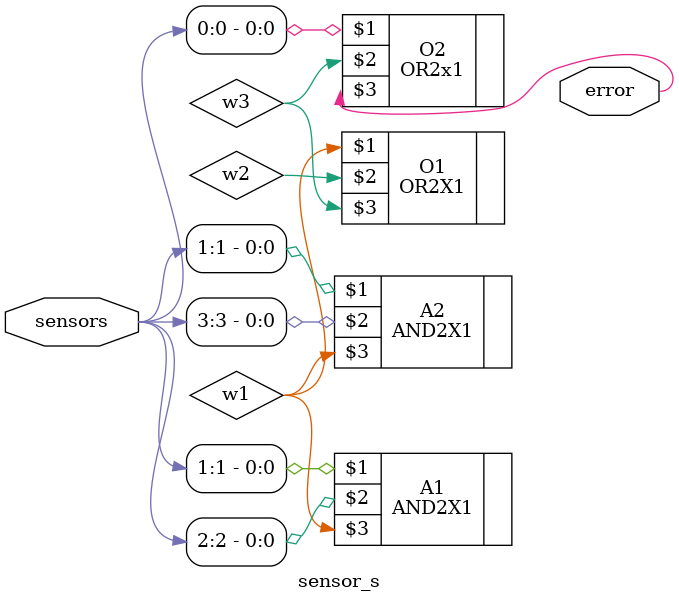
<source format=sv>

module sensor_s (input logic [3:0] sensors, output logic error);

wire w1;
wire w2;
wire w3;
AND2X1 A1 (sensors[1], sensors[2], w1);
AND2X1 A2 (sensors[1], sensors[3], w1);
OR2X1  O1 (w1, w2, w3);
OR2x1  O2 (sensors[0], w3, error);

endmodule
</source>
